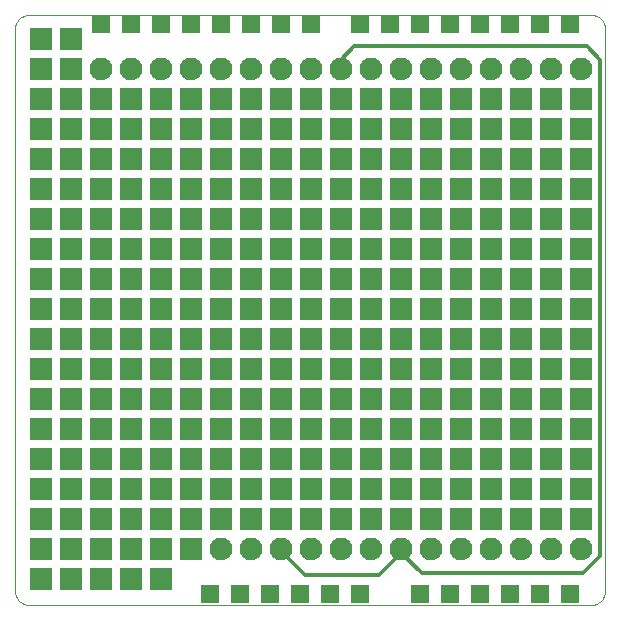
<source format=gbl>
G75*
G70*
%OFA0B0*%
%FSLAX24Y24*%
%IPPOS*%
%LPD*%
%AMOC8*
5,1,8,0,0,1.08239X$1,22.5*
%
%ADD10C,0.0004*%
%ADD11R,0.0600X0.0600*%
%ADD12C,0.0760*%
%ADD13R,0.0630X0.0630*%
%ADD14R,0.0740X0.0740*%
%ADD15C,0.0120*%
D10*
X000611Y000363D02*
X009953Y000363D01*
X019296Y000363D01*
X019340Y000365D01*
X019383Y000371D01*
X019425Y000380D01*
X019467Y000393D01*
X019507Y000410D01*
X019546Y000430D01*
X019583Y000453D01*
X019617Y000480D01*
X019650Y000509D01*
X019679Y000542D01*
X019706Y000576D01*
X019729Y000613D01*
X019749Y000652D01*
X019766Y000692D01*
X019779Y000734D01*
X019788Y000776D01*
X019794Y000819D01*
X019796Y000863D01*
X019796Y010955D01*
X019796Y019548D01*
X019794Y019592D01*
X019788Y019635D01*
X019779Y019677D01*
X019766Y019719D01*
X019749Y019759D01*
X019729Y019798D01*
X019706Y019835D01*
X019679Y019869D01*
X019650Y019902D01*
X019617Y019931D01*
X019583Y019958D01*
X019546Y019981D01*
X019507Y020001D01*
X019467Y020018D01*
X019425Y020031D01*
X019383Y020040D01*
X019340Y020046D01*
X019296Y020048D01*
X009953Y020048D01*
X000611Y020048D01*
X000567Y020046D01*
X000524Y020040D01*
X000482Y020031D01*
X000440Y020018D01*
X000400Y020001D01*
X000361Y019981D01*
X000324Y019958D01*
X000290Y019931D01*
X000257Y019902D01*
X000228Y019869D01*
X000201Y019835D01*
X000178Y019798D01*
X000158Y019759D01*
X000141Y019719D01*
X000128Y019677D01*
X000119Y019635D01*
X000113Y019592D01*
X000111Y019548D01*
X000111Y010205D01*
X000111Y000863D01*
X000113Y000819D01*
X000119Y000776D01*
X000128Y000734D01*
X000141Y000692D01*
X000158Y000652D01*
X000178Y000613D01*
X000201Y000576D01*
X000228Y000542D01*
X000257Y000509D01*
X000290Y000480D01*
X000324Y000453D01*
X000361Y000430D01*
X000400Y000410D01*
X000440Y000393D01*
X000482Y000380D01*
X000524Y000371D01*
X000567Y000365D01*
X000611Y000363D01*
D11*
X002986Y019738D03*
X003986Y019738D03*
X004986Y019738D03*
X005986Y019738D03*
X006986Y019738D03*
X007986Y019738D03*
X008986Y019738D03*
X009986Y019738D03*
X011611Y019738D03*
X012611Y019738D03*
X013611Y019738D03*
X014611Y019738D03*
X015611Y019738D03*
X016611Y019738D03*
X017611Y019738D03*
X018611Y019738D03*
D12*
X018986Y018238D03*
X017986Y018238D03*
X016986Y018238D03*
X015986Y018238D03*
X014986Y018238D03*
X013986Y018238D03*
X012986Y018238D03*
X011986Y018238D03*
X010986Y018238D03*
X009986Y018238D03*
X008986Y018238D03*
X007986Y018238D03*
X006986Y018238D03*
X005986Y018238D03*
X004986Y018238D03*
X003986Y018238D03*
X002986Y018238D03*
X006986Y002238D03*
X007986Y002238D03*
X008986Y002238D03*
X009986Y002238D03*
X010986Y002238D03*
X011986Y002238D03*
X012986Y002238D03*
X013986Y002238D03*
X014986Y002238D03*
X015986Y002238D03*
X016986Y002238D03*
X017986Y002238D03*
X018986Y002238D03*
D13*
X018611Y000738D03*
X017611Y000738D03*
X016611Y000738D03*
X015611Y000738D03*
X014611Y000738D03*
X013611Y000738D03*
X011611Y000738D03*
X010611Y000738D03*
X009611Y000738D03*
X008611Y000738D03*
X007611Y000738D03*
X006611Y000738D03*
D14*
X005986Y002238D03*
X005986Y003238D03*
X005986Y004238D03*
X005986Y005238D03*
X005986Y006238D03*
X005986Y007238D03*
X005986Y008238D03*
X005986Y009238D03*
X005986Y010238D03*
X005986Y011238D03*
X005986Y012238D03*
X005986Y013238D03*
X005986Y014238D03*
X005986Y015238D03*
X005986Y016238D03*
X005986Y017238D03*
X006986Y017238D03*
X007986Y017238D03*
X008986Y017238D03*
X009986Y017238D03*
X010986Y017238D03*
X011986Y017238D03*
X012986Y017238D03*
X013986Y017238D03*
X014986Y017238D03*
X015986Y017238D03*
X016986Y017238D03*
X017986Y017238D03*
X018986Y017238D03*
X018986Y016238D03*
X017986Y016238D03*
X016986Y016238D03*
X015986Y016238D03*
X014986Y016238D03*
X013986Y016238D03*
X012986Y016238D03*
X011986Y016238D03*
X010986Y016238D03*
X009986Y016238D03*
X008986Y016238D03*
X007986Y016238D03*
X006986Y016238D03*
X006986Y015238D03*
X007986Y015238D03*
X008986Y015238D03*
X009986Y015238D03*
X010986Y015238D03*
X011986Y015238D03*
X012986Y015238D03*
X013986Y015238D03*
X014986Y015238D03*
X015986Y015238D03*
X016986Y015238D03*
X017986Y015238D03*
X018986Y015238D03*
X018986Y014238D03*
X017986Y014238D03*
X016986Y014238D03*
X015986Y014238D03*
X014986Y014238D03*
X013986Y014238D03*
X012986Y014238D03*
X011986Y014238D03*
X010986Y014238D03*
X009986Y014238D03*
X008986Y014238D03*
X007986Y014238D03*
X006986Y014238D03*
X006986Y013238D03*
X007986Y013238D03*
X008986Y013238D03*
X009986Y013238D03*
X010986Y013238D03*
X011986Y013238D03*
X012986Y013238D03*
X013986Y013238D03*
X014986Y013238D03*
X015986Y013238D03*
X016986Y013238D03*
X017986Y013238D03*
X018986Y013238D03*
X018986Y012238D03*
X017986Y012238D03*
X016986Y012238D03*
X015986Y012238D03*
X014986Y012238D03*
X013986Y012238D03*
X012986Y012238D03*
X011986Y012238D03*
X010986Y012238D03*
X009986Y012238D03*
X008986Y012238D03*
X007986Y012238D03*
X006986Y012238D03*
X006986Y011238D03*
X006986Y010238D03*
X007986Y010238D03*
X007986Y011238D03*
X008986Y011238D03*
X008986Y010238D03*
X009986Y010238D03*
X009986Y011238D03*
X010986Y011238D03*
X010986Y010238D03*
X011986Y010238D03*
X011986Y011238D03*
X012986Y011238D03*
X012986Y010238D03*
X013986Y010238D03*
X013986Y011238D03*
X014986Y011238D03*
X014986Y010238D03*
X015986Y010238D03*
X015986Y011238D03*
X016986Y011238D03*
X016986Y010238D03*
X017986Y010238D03*
X017986Y011238D03*
X018986Y011238D03*
X018986Y010238D03*
X018986Y009238D03*
X017986Y009238D03*
X016986Y009238D03*
X015986Y009238D03*
X014986Y009238D03*
X013986Y009238D03*
X012986Y009238D03*
X011986Y009238D03*
X010986Y009238D03*
X009986Y009238D03*
X008986Y009238D03*
X007986Y009238D03*
X006986Y009238D03*
X006986Y008238D03*
X007986Y008238D03*
X008986Y008238D03*
X009986Y008238D03*
X010986Y008238D03*
X011986Y008238D03*
X012986Y008238D03*
X013986Y008238D03*
X014986Y008238D03*
X015986Y008238D03*
X016986Y008238D03*
X017986Y008238D03*
X018986Y008238D03*
X018986Y007238D03*
X017986Y007238D03*
X016986Y007238D03*
X015986Y007238D03*
X014986Y007238D03*
X013986Y007238D03*
X012986Y007238D03*
X011986Y007238D03*
X010986Y007238D03*
X009986Y007238D03*
X008986Y007238D03*
X007986Y007238D03*
X006986Y007238D03*
X006986Y006238D03*
X007986Y006238D03*
X008986Y006238D03*
X009986Y006238D03*
X010986Y006238D03*
X011986Y006238D03*
X012986Y006238D03*
X013986Y006238D03*
X014986Y006238D03*
X015986Y006238D03*
X016986Y006238D03*
X017986Y006238D03*
X018986Y006238D03*
X018986Y005238D03*
X017986Y005238D03*
X016986Y005238D03*
X015986Y005238D03*
X014986Y005238D03*
X013986Y005238D03*
X012986Y005238D03*
X011986Y005238D03*
X010986Y005238D03*
X009986Y005238D03*
X008986Y005238D03*
X007986Y005238D03*
X006986Y005238D03*
X006986Y004238D03*
X007986Y004238D03*
X008986Y004238D03*
X009986Y004238D03*
X010986Y004238D03*
X011986Y004238D03*
X012986Y004238D03*
X013986Y004238D03*
X014986Y004238D03*
X015986Y004238D03*
X016986Y004238D03*
X017986Y004238D03*
X018986Y004238D03*
X018986Y003238D03*
X017986Y003238D03*
X016986Y003238D03*
X015986Y003238D03*
X014986Y003238D03*
X013986Y003238D03*
X012986Y003238D03*
X011986Y003238D03*
X010986Y003238D03*
X009986Y003238D03*
X008986Y003238D03*
X007986Y003238D03*
X006986Y003238D03*
X004986Y003238D03*
X004986Y004238D03*
X004986Y005238D03*
X004986Y006238D03*
X004986Y007238D03*
X004986Y008238D03*
X004986Y009238D03*
X004986Y010238D03*
X004986Y011238D03*
X004986Y012238D03*
X004986Y013238D03*
X004986Y014238D03*
X004986Y015238D03*
X004986Y016238D03*
X004986Y017238D03*
X003986Y017238D03*
X002986Y017238D03*
X002986Y016238D03*
X003986Y016238D03*
X003986Y015238D03*
X002986Y015238D03*
X002986Y014238D03*
X003986Y014238D03*
X003986Y013238D03*
X002986Y013238D03*
X002986Y012238D03*
X003986Y012238D03*
X003986Y011238D03*
X003986Y010238D03*
X002986Y010238D03*
X002986Y011238D03*
X001986Y011238D03*
X001986Y010238D03*
X000986Y010238D03*
X000986Y011238D03*
X000986Y012238D03*
X000986Y013238D03*
X000986Y014238D03*
X000986Y015238D03*
X000986Y016238D03*
X000986Y017238D03*
X000986Y018238D03*
X000986Y019238D03*
X001986Y019238D03*
X001986Y018238D03*
X001986Y017238D03*
X001986Y016238D03*
X001986Y015238D03*
X001986Y014238D03*
X001986Y013238D03*
X001986Y012238D03*
X001986Y009238D03*
X000986Y009238D03*
X000986Y008238D03*
X001986Y008238D03*
X001986Y007238D03*
X000986Y007238D03*
X000986Y006238D03*
X001986Y006238D03*
X001986Y005238D03*
X000986Y005238D03*
X000986Y004238D03*
X001986Y004238D03*
X001986Y003238D03*
X000986Y003238D03*
X000986Y002238D03*
X000986Y001238D03*
X001986Y001238D03*
X001986Y002238D03*
X002986Y002238D03*
X002986Y001238D03*
X003986Y001238D03*
X003986Y002238D03*
X003986Y003238D03*
X003986Y004238D03*
X003986Y005238D03*
X003986Y006238D03*
X003986Y007238D03*
X003986Y008238D03*
X003986Y009238D03*
X002986Y009238D03*
X002986Y008238D03*
X002986Y007238D03*
X002986Y006238D03*
X002986Y005238D03*
X002986Y004238D03*
X002986Y003238D03*
X004986Y002238D03*
X004986Y001238D03*
D15*
X008986Y002175D02*
X009798Y001363D01*
X012236Y001363D01*
X012986Y002113D01*
X013673Y001425D01*
X019048Y001425D01*
X019611Y001988D01*
X019611Y018550D01*
X019173Y018988D01*
X011423Y018988D01*
X010986Y018550D01*
X010986Y018238D01*
X012986Y002238D02*
X012986Y002113D01*
X012986Y002238D01*
M02*

</source>
